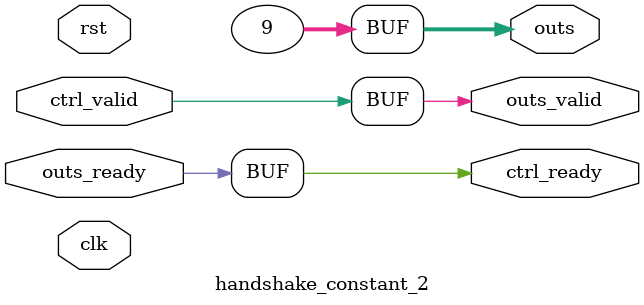
<source format=v>
`timescale 1ns / 1ps
module handshake_constant_2 #(
  parameter DATA_WIDTH = 32  // Default set to 32 bits
) (
  input                       clk,
  input                       rst,
  // Input Channel
  input                       ctrl_valid,
  output                      ctrl_ready,
  // Output Channel
  output [DATA_WIDTH - 1 : 0] outs,
  output                      outs_valid,
  input                       outs_ready
);
  assign outs       = 5'b01001;
  assign outs_valid = ctrl_valid;
  assign ctrl_ready = outs_ready;

endmodule

</source>
